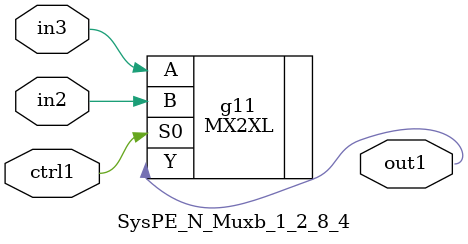
<source format=v>
`timescale 1ps / 1ps


module SysPE_N_Muxb_1_2_8_4(in3, in2, ctrl1, out1);
  input in3, in2, ctrl1;
  output out1;
  wire in3, in2, ctrl1;
  wire out1;
  MX2XL g11(.A (in3), .B (in2), .S0 (ctrl1), .Y (out1));
endmodule



</source>
